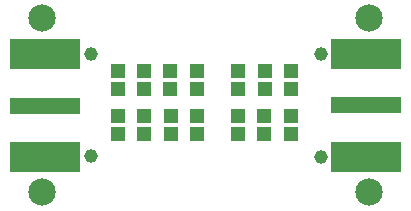
<source format=gts>
G04*
G04 #@! TF.GenerationSoftware,Altium Limited,CircuitMaker,2.2.1 (2.2.1.6)*
G04*
G04 Layer_Color=20142*
%FSLAX24Y24*%
%MOIN*%
G70*
G04*
G04 #@! TF.SameCoordinates,C416919A-7BC1-40E4-93D4-03DBD26D3EB5*
G04*
G04*
G04 #@! TF.FilePolarity,Negative*
G04*
G01*
G75*
%ADD15R,0.0474X0.0493*%
%ADD16R,0.2379X0.1031*%
%ADD17R,0.2379X0.0552*%
%ADD18C,0.0907*%
%ADD19C,0.0462*%
%ADD20C,0.0280*%
D15*
X7690Y1940D02*
D03*
Y1349D02*
D03*
X9450Y1945D02*
D03*
Y1355D02*
D03*
X6300Y3439D02*
D03*
Y2848D02*
D03*
X8560Y1349D02*
D03*
Y1940D02*
D03*
X7686Y2855D02*
D03*
Y3445D02*
D03*
X8561Y2850D02*
D03*
Y3441D02*
D03*
X9450Y2855D02*
D03*
Y3445D02*
D03*
X5425Y3439D02*
D03*
Y2848D02*
D03*
X4550Y2855D02*
D03*
Y3445D02*
D03*
X3675D02*
D03*
Y2855D02*
D03*
X4550Y1945D02*
D03*
Y1355D02*
D03*
X5430Y1945D02*
D03*
Y1355D02*
D03*
X6300Y1939D02*
D03*
Y1348D02*
D03*
X3672Y1351D02*
D03*
Y1941D02*
D03*
D16*
X1260Y4023D02*
D03*
Y577D02*
D03*
X11940Y4020D02*
D03*
Y575D02*
D03*
D17*
X1260Y2273D02*
D03*
X11940Y2298D02*
D03*
D18*
X12050Y-600D02*
D03*
Y5200D02*
D03*
X1150Y-600D02*
D03*
Y5200D02*
D03*
D19*
X2764Y597D02*
D03*
X2764Y4022D02*
D03*
X10436Y575D02*
D03*
X10436Y4000D02*
D03*
D20*
X9450Y1355D02*
D03*
X8560Y1940D02*
D03*
X3672Y1941D02*
D03*
X4550Y3445D02*
D03*
M02*

</source>
